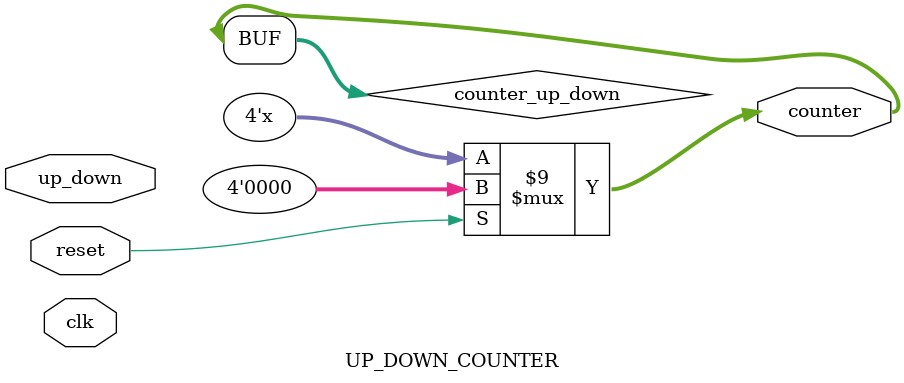
<source format=v>
`timescale 1ns / 1ps


module UP_DOWN_COUNTER(input clk, reset,up_down, output[3:0]  counter);
reg [3:0] counter_up_down;
// down counter
always @(clk or  reset)
begin
if(reset)
//up_counter
 counter_up_down <= 4'h0;
else if(~up_down)
 counter_up_down <= counter_up_down + 4'd1;
else
 counter_up_down <= counter_up_down - 4'd1;
end 
assign counter = counter_up_down;
endmodule

</source>
